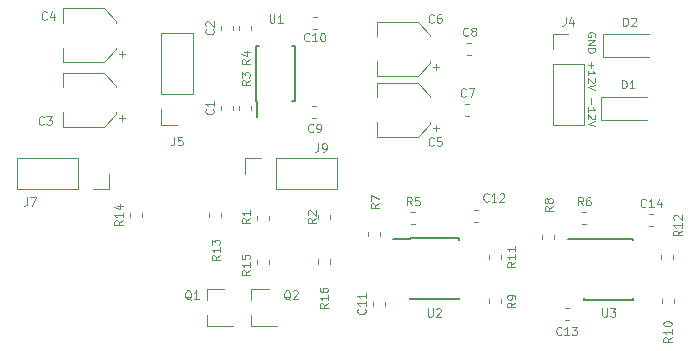
<source format=gbr>
G04 #@! TF.GenerationSoftware,KiCad,Pcbnew,(5.0.1)-4*
G04 #@! TF.CreationDate,2019-03-05T01:58:22+01:00*
G04 #@! TF.ProjectId,1U Headphone,3155204865616470686F6E652E6B6963,rev?*
G04 #@! TF.SameCoordinates,Original*
G04 #@! TF.FileFunction,Legend,Top*
G04 #@! TF.FilePolarity,Positive*
%FSLAX46Y46*%
G04 Gerber Fmt 4.6, Leading zero omitted, Abs format (unit mm)*
G04 Created by KiCad (PCBNEW (5.0.1)-4) date 3/5/2019 1:58:22 AM*
%MOMM*%
%LPD*%
G01*
G04 APERTURE LIST*
%ADD10C,0.120000*%
%ADD11C,0.150000*%
G04 APERTURE END LIST*
D10*
X67127000Y-50765523D02*
X67157952Y-50703619D01*
X67157952Y-50610761D01*
X67127000Y-50517904D01*
X67065095Y-50456000D01*
X67003190Y-50425047D01*
X66879380Y-50394095D01*
X66786523Y-50394095D01*
X66662714Y-50425047D01*
X66600809Y-50456000D01*
X66538904Y-50517904D01*
X66507952Y-50610761D01*
X66507952Y-50672666D01*
X66538904Y-50765523D01*
X66569857Y-50796476D01*
X66786523Y-50796476D01*
X66786523Y-50672666D01*
X66507952Y-51075047D02*
X67157952Y-51075047D01*
X66507952Y-51446476D01*
X67157952Y-51446476D01*
X66507952Y-51756000D02*
X67157952Y-51756000D01*
X67157952Y-51910761D01*
X67127000Y-52003619D01*
X67065095Y-52065523D01*
X67003190Y-52096476D01*
X66879380Y-52127428D01*
X66786523Y-52127428D01*
X66662714Y-52096476D01*
X66600809Y-52065523D01*
X66538904Y-52003619D01*
X66507952Y-51910761D01*
X66507952Y-51756000D01*
X66755571Y-52901238D02*
X66755571Y-53396476D01*
X66507952Y-53148857D02*
X67003190Y-53148857D01*
X66507952Y-54046476D02*
X66507952Y-53675047D01*
X66507952Y-53860761D02*
X67157952Y-53860761D01*
X67065095Y-53798857D01*
X67003190Y-53736952D01*
X66972238Y-53675047D01*
X67096047Y-54294095D02*
X67127000Y-54325047D01*
X67157952Y-54386952D01*
X67157952Y-54541714D01*
X67127000Y-54603619D01*
X67096047Y-54634571D01*
X67034142Y-54665523D01*
X66972238Y-54665523D01*
X66879380Y-54634571D01*
X66507952Y-54263142D01*
X66507952Y-54665523D01*
X67157952Y-54851238D02*
X66507952Y-55067904D01*
X67157952Y-55284571D01*
X66755571Y-55996476D02*
X66755571Y-56491714D01*
X66507952Y-57141714D02*
X66507952Y-56770285D01*
X66507952Y-56956000D02*
X67157952Y-56956000D01*
X67065095Y-56894095D01*
X67003190Y-56832190D01*
X66972238Y-56770285D01*
X67096047Y-57389333D02*
X67127000Y-57420285D01*
X67157952Y-57482190D01*
X67157952Y-57636952D01*
X67127000Y-57698857D01*
X67096047Y-57729809D01*
X67034142Y-57760761D01*
X66972238Y-57760761D01*
X66879380Y-57729809D01*
X66507952Y-57358380D01*
X66507952Y-57760761D01*
X67157952Y-57946476D02*
X66507952Y-58163142D01*
X67157952Y-58379809D01*
G04 #@! TO.C,C1*
X36476400Y-56965667D02*
X36476400Y-56623133D01*
X35456400Y-56965667D02*
X35456400Y-56623133D01*
G04 #@! TO.C,C2*
X35456400Y-50209267D02*
X35456400Y-49866733D01*
X36476400Y-50209267D02*
X36476400Y-49866733D01*
G04 #@! TO.C,C3*
X22102000Y-53874000D02*
X22102000Y-55074000D01*
X22102000Y-58394000D02*
X22102000Y-57194000D01*
X25557563Y-58394000D02*
X22102000Y-58394000D01*
X25557563Y-53874000D02*
X22102000Y-53874000D01*
X26622000Y-54938437D02*
X26622000Y-55074000D01*
X26622000Y-57329563D02*
X26622000Y-57194000D01*
X26622000Y-57329563D02*
X25557563Y-58394000D01*
X26622000Y-54938437D02*
X25557563Y-53874000D01*
X27362000Y-57694000D02*
X26862000Y-57694000D01*
X27112000Y-57944000D02*
X27112000Y-57444000D01*
G04 #@! TO.C,C4*
X27112000Y-52457600D02*
X27112000Y-51957600D01*
X27362000Y-52207600D02*
X26862000Y-52207600D01*
X26622000Y-49452037D02*
X25557563Y-48387600D01*
X26622000Y-51843163D02*
X25557563Y-52907600D01*
X26622000Y-51843163D02*
X26622000Y-51707600D01*
X26622000Y-49452037D02*
X26622000Y-49587600D01*
X25557563Y-48387600D02*
X22102000Y-48387600D01*
X25557563Y-52907600D02*
X22102000Y-52907600D01*
X22102000Y-52907600D02*
X22102000Y-51707600D01*
X22102000Y-48387600D02*
X22102000Y-49587600D01*
G04 #@! TO.C,R1*
X38504400Y-65919533D02*
X38504400Y-66262067D01*
X39524400Y-65919533D02*
X39524400Y-66262067D01*
G04 #@! TO.C,R2*
X44706000Y-65868733D02*
X44706000Y-66211267D01*
X43686000Y-65868733D02*
X43686000Y-66211267D01*
G04 #@! TO.C,R3*
X38051200Y-56965667D02*
X38051200Y-56623133D01*
X37031200Y-56965667D02*
X37031200Y-56623133D01*
G04 #@! TO.C,R4*
X37031200Y-50209267D02*
X37031200Y-49866733D01*
X38051200Y-50209267D02*
X38051200Y-49866733D01*
G04 #@! TO.C,R5*
X51557133Y-65657000D02*
X51899667Y-65657000D01*
X51557133Y-66677000D02*
X51899667Y-66677000D01*
G04 #@! TO.C,R6*
X66060533Y-65657000D02*
X66403067Y-65657000D01*
X66060533Y-66677000D02*
X66403067Y-66677000D01*
G04 #@! TO.C,R7*
X48973200Y-67673067D02*
X48973200Y-67330533D01*
X47953200Y-67673067D02*
X47953200Y-67330533D01*
G04 #@! TO.C,R8*
X62634400Y-67584533D02*
X62634400Y-67927067D01*
X63654400Y-67584533D02*
X63654400Y-67927067D01*
G04 #@! TO.C,R9*
X59158600Y-73006133D02*
X59158600Y-73348667D01*
X58138600Y-73006133D02*
X58138600Y-73348667D01*
G04 #@! TO.C,R10*
X73814400Y-73006133D02*
X73814400Y-73348667D01*
X72794400Y-73006133D02*
X72794400Y-73348667D01*
G04 #@! TO.C,R11*
X58138600Y-69232933D02*
X58138600Y-69575467D01*
X59158600Y-69232933D02*
X59158600Y-69575467D01*
G04 #@! TO.C,R12*
X73763600Y-69575467D02*
X73763600Y-69232933D01*
X72743600Y-69575467D02*
X72743600Y-69232933D01*
D11*
G04 #@! TO.C,U1*
X38456200Y-56223800D02*
X38556200Y-56223800D01*
X38456200Y-51573800D02*
X38656200Y-51573800D01*
X41706200Y-51573800D02*
X41506200Y-51573800D01*
X41706200Y-56223800D02*
X41506200Y-56223800D01*
X38456200Y-56223800D02*
X38456200Y-51573800D01*
X41706200Y-56223800D02*
X41706200Y-51573800D01*
X38556200Y-56223800D02*
X38556200Y-57573800D01*
G04 #@! TO.C,U2*
X51442800Y-67859200D02*
X51442800Y-67909200D01*
X55592800Y-67859200D02*
X55592800Y-68004200D01*
X55592800Y-73009200D02*
X55592800Y-72864200D01*
X51442800Y-73009200D02*
X51442800Y-72864200D01*
X51442800Y-67859200D02*
X55592800Y-67859200D01*
X51442800Y-73009200D02*
X55592800Y-73009200D01*
X51442800Y-67909200D02*
X50042800Y-67909200D01*
G04 #@! TO.C,U3*
X66225600Y-67934600D02*
X64825600Y-67934600D01*
X66225600Y-73034600D02*
X70375600Y-73034600D01*
X66225600Y-67884600D02*
X70375600Y-67884600D01*
X66225600Y-73034600D02*
X66225600Y-72889600D01*
X70375600Y-73034600D02*
X70375600Y-72889600D01*
X70375600Y-67884600D02*
X70375600Y-68029600D01*
X66225600Y-67884600D02*
X66225600Y-67934600D01*
D10*
G04 #@! TO.C,C5*
X53677000Y-58782200D02*
X53677000Y-58282200D01*
X53927000Y-58532200D02*
X53427000Y-58532200D01*
X53187000Y-55776637D02*
X52122563Y-54712200D01*
X53187000Y-58167763D02*
X52122563Y-59232200D01*
X53187000Y-58167763D02*
X53187000Y-58032200D01*
X53187000Y-55776637D02*
X53187000Y-55912200D01*
X52122563Y-54712200D02*
X48667000Y-54712200D01*
X52122563Y-59232200D02*
X48667000Y-59232200D01*
X48667000Y-59232200D02*
X48667000Y-58032200D01*
X48667000Y-54712200D02*
X48667000Y-55912200D01*
G04 #@! TO.C,C6*
X48667000Y-49556000D02*
X48667000Y-50756000D01*
X48667000Y-54076000D02*
X48667000Y-52876000D01*
X52122563Y-54076000D02*
X48667000Y-54076000D01*
X52122563Y-49556000D02*
X48667000Y-49556000D01*
X53187000Y-50620437D02*
X53187000Y-50756000D01*
X53187000Y-53011563D02*
X53187000Y-52876000D01*
X53187000Y-53011563D02*
X52122563Y-54076000D01*
X53187000Y-50620437D02*
X52122563Y-49556000D01*
X53927000Y-53376000D02*
X53427000Y-53376000D01*
X53677000Y-53626000D02*
X53677000Y-53126000D01*
G04 #@! TO.C,C7*
X56140533Y-57482200D02*
X56483067Y-57482200D01*
X56140533Y-56462200D02*
X56483067Y-56462200D01*
G04 #@! TO.C,C8*
X56329733Y-51306000D02*
X56672267Y-51306000D01*
X56329733Y-52326000D02*
X56672267Y-52326000D01*
G04 #@! TO.C,C9*
X43554467Y-56608800D02*
X43211933Y-56608800D01*
X43554467Y-57628800D02*
X43211933Y-57628800D01*
G04 #@! TO.C,C10*
X43223333Y-49121600D02*
X43565867Y-49121600D01*
X43223333Y-50141600D02*
X43565867Y-50141600D01*
G04 #@! TO.C,C11*
X48308800Y-73551867D02*
X48308800Y-73209333D01*
X49328800Y-73551867D02*
X49328800Y-73209333D01*
G04 #@! TO.C,C12*
X56913933Y-66499200D02*
X57256467Y-66499200D01*
X56913933Y-65479200D02*
X57256467Y-65479200D01*
G04 #@! TO.C,C13*
X64559333Y-73708800D02*
X64901867Y-73708800D01*
X64559333Y-74728800D02*
X64901867Y-74728800D01*
G04 #@! TO.C,C14*
X71696733Y-66778600D02*
X72039267Y-66778600D01*
X71696733Y-65758600D02*
X72039267Y-65758600D01*
G04 #@! TO.C,D1*
X67676200Y-55845200D02*
X67676200Y-57845200D01*
X67676200Y-57845200D02*
X71576200Y-57845200D01*
X67676200Y-55845200D02*
X71576200Y-55845200D01*
G04 #@! TO.C,D2*
X67803200Y-50536600D02*
X71703200Y-50536600D01*
X67803200Y-52536600D02*
X71703200Y-52536600D01*
X67803200Y-50536600D02*
X67803200Y-52536600D01*
G04 #@! TO.C,Q1*
X34292000Y-72130800D02*
X34292000Y-73060800D01*
X34292000Y-75290800D02*
X34292000Y-74360800D01*
X34292000Y-75290800D02*
X36452000Y-75290800D01*
X34292000Y-72130800D02*
X35752000Y-72130800D01*
G04 #@! TO.C,Q2*
X38051200Y-72130800D02*
X39511200Y-72130800D01*
X38051200Y-75290800D02*
X40211200Y-75290800D01*
X38051200Y-75290800D02*
X38051200Y-74360800D01*
X38051200Y-72130800D02*
X38051200Y-73060800D01*
G04 #@! TO.C,R13*
X34440400Y-66047467D02*
X34440400Y-65704933D01*
X35460400Y-66047467D02*
X35460400Y-65704933D01*
G04 #@! TO.C,R14*
X28754800Y-66058867D02*
X28754800Y-65716333D01*
X27734800Y-66058867D02*
X27734800Y-65716333D01*
G04 #@! TO.C,R15*
X38504400Y-69678733D02*
X38504400Y-70021267D01*
X39524400Y-69678733D02*
X39524400Y-70021267D01*
G04 #@! TO.C,R16*
X44706000Y-69639333D02*
X44706000Y-69981867D01*
X43686000Y-69639333D02*
X43686000Y-69981867D01*
G04 #@! TO.C,J4*
X63541600Y-50516000D02*
X64871600Y-50516000D01*
X63541600Y-51846000D02*
X63541600Y-50516000D01*
X63541600Y-53116000D02*
X66201600Y-53116000D01*
X66201600Y-53116000D02*
X66201600Y-58256000D01*
X63541600Y-53116000D02*
X63541600Y-58256000D01*
X63541600Y-58256000D02*
X66201600Y-58256000D01*
G04 #@! TO.C,J5*
X33080000Y-55626000D02*
X30420000Y-55626000D01*
X33080000Y-55626000D02*
X33080000Y-50486000D01*
X33080000Y-50486000D02*
X30420000Y-50486000D01*
X30420000Y-55626000D02*
X30420000Y-50486000D01*
X30420000Y-58226000D02*
X30420000Y-56896000D01*
X31750000Y-58226000D02*
X30420000Y-58226000D01*
G04 #@! TO.C,J7*
X25968000Y-62382400D02*
X25968000Y-63712400D01*
X25968000Y-63712400D02*
X24638000Y-63712400D01*
X23368000Y-63712400D02*
X18228000Y-63712400D01*
X18228000Y-61052400D02*
X18228000Y-63712400D01*
X23368000Y-61052400D02*
X18228000Y-61052400D01*
X23368000Y-61052400D02*
X23368000Y-63712400D01*
G04 #@! TO.C,J9*
X40132000Y-63712400D02*
X40132000Y-61052400D01*
X40132000Y-63712400D02*
X45272000Y-63712400D01*
X45272000Y-63712400D02*
X45272000Y-61052400D01*
X40132000Y-61052400D02*
X45272000Y-61052400D01*
X37532000Y-61052400D02*
X38862000Y-61052400D01*
X37532000Y-62382400D02*
X37532000Y-61052400D01*
G04 #@! TO.C,~*
G04 #@! TO.C,C1*
X34786400Y-56911066D02*
X34819733Y-56944400D01*
X34853066Y-57044400D01*
X34853066Y-57111066D01*
X34819733Y-57211066D01*
X34753066Y-57277733D01*
X34686400Y-57311066D01*
X34553066Y-57344400D01*
X34453066Y-57344400D01*
X34319733Y-57311066D01*
X34253066Y-57277733D01*
X34186400Y-57211066D01*
X34153066Y-57111066D01*
X34153066Y-57044400D01*
X34186400Y-56944400D01*
X34219733Y-56911066D01*
X34853066Y-56244400D02*
X34853066Y-56644400D01*
X34853066Y-56444400D02*
X34153066Y-56444400D01*
X34253066Y-56511066D01*
X34319733Y-56577733D01*
X34353066Y-56644400D01*
G04 #@! TO.C,C2*
X34786400Y-50154666D02*
X34819733Y-50188000D01*
X34853066Y-50288000D01*
X34853066Y-50354666D01*
X34819733Y-50454666D01*
X34753066Y-50521333D01*
X34686400Y-50554666D01*
X34553066Y-50588000D01*
X34453066Y-50588000D01*
X34319733Y-50554666D01*
X34253066Y-50521333D01*
X34186400Y-50454666D01*
X34153066Y-50354666D01*
X34153066Y-50288000D01*
X34186400Y-50188000D01*
X34219733Y-50154666D01*
X34219733Y-49888000D02*
X34186400Y-49854666D01*
X34153066Y-49788000D01*
X34153066Y-49621333D01*
X34186400Y-49554666D01*
X34219733Y-49521333D01*
X34286400Y-49488000D01*
X34353066Y-49488000D01*
X34453066Y-49521333D01*
X34853066Y-49921333D01*
X34853066Y-49488000D01*
G04 #@! TO.C,C3*
X20457333Y-58162000D02*
X20424000Y-58195333D01*
X20324000Y-58228666D01*
X20257333Y-58228666D01*
X20157333Y-58195333D01*
X20090666Y-58128666D01*
X20057333Y-58062000D01*
X20024000Y-57928666D01*
X20024000Y-57828666D01*
X20057333Y-57695333D01*
X20090666Y-57628666D01*
X20157333Y-57562000D01*
X20257333Y-57528666D01*
X20324000Y-57528666D01*
X20424000Y-57562000D01*
X20457333Y-57595333D01*
X20690666Y-57528666D02*
X21124000Y-57528666D01*
X20890666Y-57795333D01*
X20990666Y-57795333D01*
X21057333Y-57828666D01*
X21090666Y-57862000D01*
X21124000Y-57928666D01*
X21124000Y-58095333D01*
X21090666Y-58162000D01*
X21057333Y-58195333D01*
X20990666Y-58228666D01*
X20790666Y-58228666D01*
X20724000Y-58195333D01*
X20690666Y-58162000D01*
G04 #@! TO.C,C4*
X20711333Y-49272000D02*
X20678000Y-49305333D01*
X20578000Y-49338666D01*
X20511333Y-49338666D01*
X20411333Y-49305333D01*
X20344666Y-49238666D01*
X20311333Y-49172000D01*
X20278000Y-49038666D01*
X20278000Y-48938666D01*
X20311333Y-48805333D01*
X20344666Y-48738666D01*
X20411333Y-48672000D01*
X20511333Y-48638666D01*
X20578000Y-48638666D01*
X20678000Y-48672000D01*
X20711333Y-48705333D01*
X21311333Y-48872000D02*
X21311333Y-49338666D01*
X21144666Y-48605333D02*
X20978000Y-49105333D01*
X21411333Y-49105333D01*
G04 #@! TO.C,R1*
X37908666Y-66156666D02*
X37575333Y-66390000D01*
X37908666Y-66556666D02*
X37208666Y-66556666D01*
X37208666Y-66290000D01*
X37242000Y-66223333D01*
X37275333Y-66190000D01*
X37342000Y-66156666D01*
X37442000Y-66156666D01*
X37508666Y-66190000D01*
X37542000Y-66223333D01*
X37575333Y-66290000D01*
X37575333Y-66556666D01*
X37908666Y-65490000D02*
X37908666Y-65890000D01*
X37908666Y-65690000D02*
X37208666Y-65690000D01*
X37308666Y-65756666D01*
X37375333Y-65823333D01*
X37408666Y-65890000D01*
G04 #@! TO.C,R2*
X43496666Y-66156666D02*
X43163333Y-66390000D01*
X43496666Y-66556666D02*
X42796666Y-66556666D01*
X42796666Y-66290000D01*
X42830000Y-66223333D01*
X42863333Y-66190000D01*
X42930000Y-66156666D01*
X43030000Y-66156666D01*
X43096666Y-66190000D01*
X43130000Y-66223333D01*
X43163333Y-66290000D01*
X43163333Y-66556666D01*
X42863333Y-65890000D02*
X42830000Y-65856666D01*
X42796666Y-65790000D01*
X42796666Y-65623333D01*
X42830000Y-65556666D01*
X42863333Y-65523333D01*
X42930000Y-65490000D01*
X42996666Y-65490000D01*
X43096666Y-65523333D01*
X43496666Y-65923333D01*
X43496666Y-65490000D01*
G04 #@! TO.C,R3*
X37908666Y-54472666D02*
X37575333Y-54706000D01*
X37908666Y-54872666D02*
X37208666Y-54872666D01*
X37208666Y-54606000D01*
X37242000Y-54539333D01*
X37275333Y-54506000D01*
X37342000Y-54472666D01*
X37442000Y-54472666D01*
X37508666Y-54506000D01*
X37542000Y-54539333D01*
X37575333Y-54606000D01*
X37575333Y-54872666D01*
X37208666Y-54239333D02*
X37208666Y-53806000D01*
X37475333Y-54039333D01*
X37475333Y-53939333D01*
X37508666Y-53872666D01*
X37542000Y-53839333D01*
X37608666Y-53806000D01*
X37775333Y-53806000D01*
X37842000Y-53839333D01*
X37875333Y-53872666D01*
X37908666Y-53939333D01*
X37908666Y-54139333D01*
X37875333Y-54206000D01*
X37842000Y-54239333D01*
G04 #@! TO.C,R4*
X37908666Y-52694666D02*
X37575333Y-52928000D01*
X37908666Y-53094666D02*
X37208666Y-53094666D01*
X37208666Y-52828000D01*
X37242000Y-52761333D01*
X37275333Y-52728000D01*
X37342000Y-52694666D01*
X37442000Y-52694666D01*
X37508666Y-52728000D01*
X37542000Y-52761333D01*
X37575333Y-52828000D01*
X37575333Y-53094666D01*
X37442000Y-52094666D02*
X37908666Y-52094666D01*
X37175333Y-52261333D02*
X37675333Y-52428000D01*
X37675333Y-51994666D01*
G04 #@! TO.C,R5*
X51611733Y-65053666D02*
X51378400Y-64720333D01*
X51211733Y-65053666D02*
X51211733Y-64353666D01*
X51478400Y-64353666D01*
X51545066Y-64387000D01*
X51578400Y-64420333D01*
X51611733Y-64487000D01*
X51611733Y-64587000D01*
X51578400Y-64653666D01*
X51545066Y-64687000D01*
X51478400Y-64720333D01*
X51211733Y-64720333D01*
X52245066Y-64353666D02*
X51911733Y-64353666D01*
X51878400Y-64687000D01*
X51911733Y-64653666D01*
X51978400Y-64620333D01*
X52145066Y-64620333D01*
X52211733Y-64653666D01*
X52245066Y-64687000D01*
X52278400Y-64753666D01*
X52278400Y-64920333D01*
X52245066Y-64987000D01*
X52211733Y-65020333D01*
X52145066Y-65053666D01*
X51978400Y-65053666D01*
X51911733Y-65020333D01*
X51878400Y-64987000D01*
G04 #@! TO.C,R6*
X66115133Y-65053666D02*
X65881800Y-64720333D01*
X65715133Y-65053666D02*
X65715133Y-64353666D01*
X65981800Y-64353666D01*
X66048466Y-64387000D01*
X66081800Y-64420333D01*
X66115133Y-64487000D01*
X66115133Y-64587000D01*
X66081800Y-64653666D01*
X66048466Y-64687000D01*
X65981800Y-64720333D01*
X65715133Y-64720333D01*
X66715133Y-64353666D02*
X66581800Y-64353666D01*
X66515133Y-64387000D01*
X66481800Y-64420333D01*
X66415133Y-64520333D01*
X66381800Y-64653666D01*
X66381800Y-64920333D01*
X66415133Y-64987000D01*
X66448466Y-65020333D01*
X66515133Y-65053666D01*
X66648466Y-65053666D01*
X66715133Y-65020333D01*
X66748466Y-64987000D01*
X66781800Y-64920333D01*
X66781800Y-64753666D01*
X66748466Y-64687000D01*
X66715133Y-64653666D01*
X66648466Y-64620333D01*
X66515133Y-64620333D01*
X66448466Y-64653666D01*
X66415133Y-64687000D01*
X66381800Y-64753666D01*
G04 #@! TO.C,R7*
X48830666Y-64886666D02*
X48497333Y-65120000D01*
X48830666Y-65286666D02*
X48130666Y-65286666D01*
X48130666Y-65020000D01*
X48164000Y-64953333D01*
X48197333Y-64920000D01*
X48264000Y-64886666D01*
X48364000Y-64886666D01*
X48430666Y-64920000D01*
X48464000Y-64953333D01*
X48497333Y-65020000D01*
X48497333Y-65286666D01*
X48130666Y-64653333D02*
X48130666Y-64186666D01*
X48830666Y-64486666D01*
G04 #@! TO.C,R8*
X63562666Y-65140666D02*
X63229333Y-65374000D01*
X63562666Y-65540666D02*
X62862666Y-65540666D01*
X62862666Y-65274000D01*
X62896000Y-65207333D01*
X62929333Y-65174000D01*
X62996000Y-65140666D01*
X63096000Y-65140666D01*
X63162666Y-65174000D01*
X63196000Y-65207333D01*
X63229333Y-65274000D01*
X63229333Y-65540666D01*
X63162666Y-64740666D02*
X63129333Y-64807333D01*
X63096000Y-64840666D01*
X63029333Y-64874000D01*
X62996000Y-64874000D01*
X62929333Y-64840666D01*
X62896000Y-64807333D01*
X62862666Y-64740666D01*
X62862666Y-64607333D01*
X62896000Y-64540666D01*
X62929333Y-64507333D01*
X62996000Y-64474000D01*
X63029333Y-64474000D01*
X63096000Y-64507333D01*
X63129333Y-64540666D01*
X63162666Y-64607333D01*
X63162666Y-64740666D01*
X63196000Y-64807333D01*
X63229333Y-64840666D01*
X63296000Y-64874000D01*
X63429333Y-64874000D01*
X63496000Y-64840666D01*
X63529333Y-64807333D01*
X63562666Y-64740666D01*
X63562666Y-64607333D01*
X63529333Y-64540666D01*
X63496000Y-64507333D01*
X63429333Y-64474000D01*
X63296000Y-64474000D01*
X63229333Y-64507333D01*
X63196000Y-64540666D01*
X63162666Y-64607333D01*
G04 #@! TO.C,R9*
X60395266Y-73294066D02*
X60061933Y-73527400D01*
X60395266Y-73694066D02*
X59695266Y-73694066D01*
X59695266Y-73427400D01*
X59728600Y-73360733D01*
X59761933Y-73327400D01*
X59828600Y-73294066D01*
X59928600Y-73294066D01*
X59995266Y-73327400D01*
X60028600Y-73360733D01*
X60061933Y-73427400D01*
X60061933Y-73694066D01*
X60395266Y-72960733D02*
X60395266Y-72827400D01*
X60361933Y-72760733D01*
X60328600Y-72727400D01*
X60228600Y-72660733D01*
X60095266Y-72627400D01*
X59828600Y-72627400D01*
X59761933Y-72660733D01*
X59728600Y-72694066D01*
X59695266Y-72760733D01*
X59695266Y-72894066D01*
X59728600Y-72960733D01*
X59761933Y-72994066D01*
X59828600Y-73027400D01*
X59995266Y-73027400D01*
X60061933Y-72994066D01*
X60095266Y-72960733D01*
X60128600Y-72894066D01*
X60128600Y-72760733D01*
X60095266Y-72694066D01*
X60061933Y-72660733D01*
X59995266Y-72627400D01*
G04 #@! TO.C,R10*
X73621066Y-76218200D02*
X73287733Y-76451533D01*
X73621066Y-76618200D02*
X72921066Y-76618200D01*
X72921066Y-76351533D01*
X72954400Y-76284866D01*
X72987733Y-76251533D01*
X73054400Y-76218200D01*
X73154400Y-76218200D01*
X73221066Y-76251533D01*
X73254400Y-76284866D01*
X73287733Y-76351533D01*
X73287733Y-76618200D01*
X73621066Y-75551533D02*
X73621066Y-75951533D01*
X73621066Y-75751533D02*
X72921066Y-75751533D01*
X73021066Y-75818200D01*
X73087733Y-75884866D01*
X73121066Y-75951533D01*
X72921066Y-75118200D02*
X72921066Y-75051533D01*
X72954400Y-74984866D01*
X72987733Y-74951533D01*
X73054400Y-74918200D01*
X73187733Y-74884866D01*
X73354400Y-74884866D01*
X73487733Y-74918200D01*
X73554400Y-74951533D01*
X73587733Y-74984866D01*
X73621066Y-75051533D01*
X73621066Y-75118200D01*
X73587733Y-75184866D01*
X73554400Y-75218200D01*
X73487733Y-75251533D01*
X73354400Y-75284866D01*
X73187733Y-75284866D01*
X73054400Y-75251533D01*
X72987733Y-75218200D01*
X72954400Y-75184866D01*
X72921066Y-75118200D01*
G04 #@! TO.C,R11*
X60395266Y-69854200D02*
X60061933Y-70087533D01*
X60395266Y-70254200D02*
X59695266Y-70254200D01*
X59695266Y-69987533D01*
X59728600Y-69920866D01*
X59761933Y-69887533D01*
X59828600Y-69854200D01*
X59928600Y-69854200D01*
X59995266Y-69887533D01*
X60028600Y-69920866D01*
X60061933Y-69987533D01*
X60061933Y-70254200D01*
X60395266Y-69187533D02*
X60395266Y-69587533D01*
X60395266Y-69387533D02*
X59695266Y-69387533D01*
X59795266Y-69454200D01*
X59861933Y-69520866D01*
X59895266Y-69587533D01*
X60395266Y-68520866D02*
X60395266Y-68920866D01*
X60395266Y-68720866D02*
X59695266Y-68720866D01*
X59795266Y-68787533D01*
X59861933Y-68854200D01*
X59895266Y-68920866D01*
G04 #@! TO.C,R12*
X74459266Y-67201200D02*
X74125933Y-67434533D01*
X74459266Y-67601200D02*
X73759266Y-67601200D01*
X73759266Y-67334533D01*
X73792600Y-67267866D01*
X73825933Y-67234533D01*
X73892600Y-67201200D01*
X73992600Y-67201200D01*
X74059266Y-67234533D01*
X74092600Y-67267866D01*
X74125933Y-67334533D01*
X74125933Y-67601200D01*
X74459266Y-66534533D02*
X74459266Y-66934533D01*
X74459266Y-66734533D02*
X73759266Y-66734533D01*
X73859266Y-66801200D01*
X73925933Y-66867866D01*
X73959266Y-66934533D01*
X73825933Y-66267866D02*
X73792600Y-66234533D01*
X73759266Y-66167866D01*
X73759266Y-66001200D01*
X73792600Y-65934533D01*
X73825933Y-65901200D01*
X73892600Y-65867866D01*
X73959266Y-65867866D01*
X74059266Y-65901200D01*
X74459266Y-66301200D01*
X74459266Y-65867866D01*
G04 #@! TO.C,U1*
X39598666Y-48892666D02*
X39598666Y-49459333D01*
X39632000Y-49526000D01*
X39665333Y-49559333D01*
X39732000Y-49592666D01*
X39865333Y-49592666D01*
X39932000Y-49559333D01*
X39965333Y-49526000D01*
X39998666Y-49459333D01*
X39998666Y-48892666D01*
X40698666Y-49592666D02*
X40298666Y-49592666D01*
X40498666Y-49592666D02*
X40498666Y-48892666D01*
X40432000Y-48992666D01*
X40365333Y-49059333D01*
X40298666Y-49092666D01*
G04 #@! TO.C,U2*
X52984466Y-73784666D02*
X52984466Y-74351333D01*
X53017800Y-74418000D01*
X53051133Y-74451333D01*
X53117800Y-74484666D01*
X53251133Y-74484666D01*
X53317800Y-74451333D01*
X53351133Y-74418000D01*
X53384466Y-74351333D01*
X53384466Y-73784666D01*
X53684466Y-73851333D02*
X53717800Y-73818000D01*
X53784466Y-73784666D01*
X53951133Y-73784666D01*
X54017800Y-73818000D01*
X54051133Y-73851333D01*
X54084466Y-73918000D01*
X54084466Y-73984666D01*
X54051133Y-74084666D01*
X53651133Y-74484666D01*
X54084466Y-74484666D01*
G04 #@! TO.C,U3*
X67767266Y-73784666D02*
X67767266Y-74351333D01*
X67800600Y-74418000D01*
X67833933Y-74451333D01*
X67900600Y-74484666D01*
X68033933Y-74484666D01*
X68100600Y-74451333D01*
X68133933Y-74418000D01*
X68167266Y-74351333D01*
X68167266Y-73784666D01*
X68433933Y-73784666D02*
X68867266Y-73784666D01*
X68633933Y-74051333D01*
X68733933Y-74051333D01*
X68800600Y-74084666D01*
X68833933Y-74118000D01*
X68867266Y-74184666D01*
X68867266Y-74351333D01*
X68833933Y-74418000D01*
X68800600Y-74451333D01*
X68733933Y-74484666D01*
X68533933Y-74484666D01*
X68467266Y-74451333D01*
X68433933Y-74418000D01*
G04 #@! TO.C,C5*
X53477333Y-59940000D02*
X53444000Y-59973333D01*
X53344000Y-60006666D01*
X53277333Y-60006666D01*
X53177333Y-59973333D01*
X53110666Y-59906666D01*
X53077333Y-59840000D01*
X53044000Y-59706666D01*
X53044000Y-59606666D01*
X53077333Y-59473333D01*
X53110666Y-59406666D01*
X53177333Y-59340000D01*
X53277333Y-59306666D01*
X53344000Y-59306666D01*
X53444000Y-59340000D01*
X53477333Y-59373333D01*
X54110666Y-59306666D02*
X53777333Y-59306666D01*
X53744000Y-59640000D01*
X53777333Y-59606666D01*
X53844000Y-59573333D01*
X54010666Y-59573333D01*
X54077333Y-59606666D01*
X54110666Y-59640000D01*
X54144000Y-59706666D01*
X54144000Y-59873333D01*
X54110666Y-59940000D01*
X54077333Y-59973333D01*
X54010666Y-60006666D01*
X53844000Y-60006666D01*
X53777333Y-59973333D01*
X53744000Y-59940000D01*
G04 #@! TO.C,C6*
X53477333Y-49526000D02*
X53444000Y-49559333D01*
X53344000Y-49592666D01*
X53277333Y-49592666D01*
X53177333Y-49559333D01*
X53110666Y-49492666D01*
X53077333Y-49426000D01*
X53044000Y-49292666D01*
X53044000Y-49192666D01*
X53077333Y-49059333D01*
X53110666Y-48992666D01*
X53177333Y-48926000D01*
X53277333Y-48892666D01*
X53344000Y-48892666D01*
X53444000Y-48926000D01*
X53477333Y-48959333D01*
X54077333Y-48892666D02*
X53944000Y-48892666D01*
X53877333Y-48926000D01*
X53844000Y-48959333D01*
X53777333Y-49059333D01*
X53744000Y-49192666D01*
X53744000Y-49459333D01*
X53777333Y-49526000D01*
X53810666Y-49559333D01*
X53877333Y-49592666D01*
X54010666Y-49592666D01*
X54077333Y-49559333D01*
X54110666Y-49526000D01*
X54144000Y-49459333D01*
X54144000Y-49292666D01*
X54110666Y-49226000D01*
X54077333Y-49192666D01*
X54010666Y-49159333D01*
X53877333Y-49159333D01*
X53810666Y-49192666D01*
X53777333Y-49226000D01*
X53744000Y-49292666D01*
G04 #@! TO.C,C7*
X56195133Y-55792200D02*
X56161800Y-55825533D01*
X56061800Y-55858866D01*
X55995133Y-55858866D01*
X55895133Y-55825533D01*
X55828466Y-55758866D01*
X55795133Y-55692200D01*
X55761800Y-55558866D01*
X55761800Y-55458866D01*
X55795133Y-55325533D01*
X55828466Y-55258866D01*
X55895133Y-55192200D01*
X55995133Y-55158866D01*
X56061800Y-55158866D01*
X56161800Y-55192200D01*
X56195133Y-55225533D01*
X56428466Y-55158866D02*
X56895133Y-55158866D01*
X56595133Y-55858866D01*
G04 #@! TO.C,C8*
X56384333Y-50636000D02*
X56351000Y-50669333D01*
X56251000Y-50702666D01*
X56184333Y-50702666D01*
X56084333Y-50669333D01*
X56017666Y-50602666D01*
X55984333Y-50536000D01*
X55951000Y-50402666D01*
X55951000Y-50302666D01*
X55984333Y-50169333D01*
X56017666Y-50102666D01*
X56084333Y-50036000D01*
X56184333Y-50002666D01*
X56251000Y-50002666D01*
X56351000Y-50036000D01*
X56384333Y-50069333D01*
X56784333Y-50302666D02*
X56717666Y-50269333D01*
X56684333Y-50236000D01*
X56651000Y-50169333D01*
X56651000Y-50136000D01*
X56684333Y-50069333D01*
X56717666Y-50036000D01*
X56784333Y-50002666D01*
X56917666Y-50002666D01*
X56984333Y-50036000D01*
X57017666Y-50069333D01*
X57051000Y-50136000D01*
X57051000Y-50169333D01*
X57017666Y-50236000D01*
X56984333Y-50269333D01*
X56917666Y-50302666D01*
X56784333Y-50302666D01*
X56717666Y-50336000D01*
X56684333Y-50369333D01*
X56651000Y-50436000D01*
X56651000Y-50569333D01*
X56684333Y-50636000D01*
X56717666Y-50669333D01*
X56784333Y-50702666D01*
X56917666Y-50702666D01*
X56984333Y-50669333D01*
X57017666Y-50636000D01*
X57051000Y-50569333D01*
X57051000Y-50436000D01*
X57017666Y-50369333D01*
X56984333Y-50336000D01*
X56917666Y-50302666D01*
G04 #@! TO.C,C9*
X43266533Y-58798800D02*
X43233200Y-58832133D01*
X43133200Y-58865466D01*
X43066533Y-58865466D01*
X42966533Y-58832133D01*
X42899866Y-58765466D01*
X42866533Y-58698800D01*
X42833200Y-58565466D01*
X42833200Y-58465466D01*
X42866533Y-58332133D01*
X42899866Y-58265466D01*
X42966533Y-58198800D01*
X43066533Y-58165466D01*
X43133200Y-58165466D01*
X43233200Y-58198800D01*
X43266533Y-58232133D01*
X43599866Y-58865466D02*
X43733200Y-58865466D01*
X43799866Y-58832133D01*
X43833200Y-58798800D01*
X43899866Y-58698800D01*
X43933200Y-58565466D01*
X43933200Y-58298800D01*
X43899866Y-58232133D01*
X43866533Y-58198800D01*
X43799866Y-58165466D01*
X43666533Y-58165466D01*
X43599866Y-58198800D01*
X43566533Y-58232133D01*
X43533200Y-58298800D01*
X43533200Y-58465466D01*
X43566533Y-58532133D01*
X43599866Y-58565466D01*
X43666533Y-58598800D01*
X43799866Y-58598800D01*
X43866533Y-58565466D01*
X43899866Y-58532133D01*
X43933200Y-58465466D01*
G04 #@! TO.C,C10*
X42933200Y-51100800D02*
X42899866Y-51134133D01*
X42799866Y-51167466D01*
X42733200Y-51167466D01*
X42633200Y-51134133D01*
X42566533Y-51067466D01*
X42533200Y-51000800D01*
X42499866Y-50867466D01*
X42499866Y-50767466D01*
X42533200Y-50634133D01*
X42566533Y-50567466D01*
X42633200Y-50500800D01*
X42733200Y-50467466D01*
X42799866Y-50467466D01*
X42899866Y-50500800D01*
X42933200Y-50534133D01*
X43599866Y-51167466D02*
X43199866Y-51167466D01*
X43399866Y-51167466D02*
X43399866Y-50467466D01*
X43333200Y-50567466D01*
X43266533Y-50634133D01*
X43199866Y-50667466D01*
X44033200Y-50467466D02*
X44099866Y-50467466D01*
X44166533Y-50500800D01*
X44199866Y-50534133D01*
X44233200Y-50600800D01*
X44266533Y-50734133D01*
X44266533Y-50900800D01*
X44233200Y-51034133D01*
X44199866Y-51100800D01*
X44166533Y-51134133D01*
X44099866Y-51167466D01*
X44033200Y-51167466D01*
X43966533Y-51134133D01*
X43933200Y-51100800D01*
X43899866Y-51034133D01*
X43866533Y-50900800D01*
X43866533Y-50734133D01*
X43899866Y-50600800D01*
X43933200Y-50534133D01*
X43966533Y-50500800D01*
X44033200Y-50467466D01*
G04 #@! TO.C,C11*
X47638800Y-73830600D02*
X47672133Y-73863933D01*
X47705466Y-73963933D01*
X47705466Y-74030600D01*
X47672133Y-74130600D01*
X47605466Y-74197266D01*
X47538800Y-74230600D01*
X47405466Y-74263933D01*
X47305466Y-74263933D01*
X47172133Y-74230600D01*
X47105466Y-74197266D01*
X47038800Y-74130600D01*
X47005466Y-74030600D01*
X47005466Y-73963933D01*
X47038800Y-73863933D01*
X47072133Y-73830600D01*
X47705466Y-73163933D02*
X47705466Y-73563933D01*
X47705466Y-73363933D02*
X47005466Y-73363933D01*
X47105466Y-73430600D01*
X47172133Y-73497266D01*
X47205466Y-73563933D01*
X47705466Y-72497266D02*
X47705466Y-72897266D01*
X47705466Y-72697266D02*
X47005466Y-72697266D01*
X47105466Y-72763933D01*
X47172133Y-72830600D01*
X47205466Y-72897266D01*
G04 #@! TO.C,C12*
X58119800Y-64664400D02*
X58086466Y-64697733D01*
X57986466Y-64731066D01*
X57919800Y-64731066D01*
X57819800Y-64697733D01*
X57753133Y-64631066D01*
X57719800Y-64564400D01*
X57686466Y-64431066D01*
X57686466Y-64331066D01*
X57719800Y-64197733D01*
X57753133Y-64131066D01*
X57819800Y-64064400D01*
X57919800Y-64031066D01*
X57986466Y-64031066D01*
X58086466Y-64064400D01*
X58119800Y-64097733D01*
X58786466Y-64731066D02*
X58386466Y-64731066D01*
X58586466Y-64731066D02*
X58586466Y-64031066D01*
X58519800Y-64131066D01*
X58453133Y-64197733D01*
X58386466Y-64231066D01*
X59053133Y-64097733D02*
X59086466Y-64064400D01*
X59153133Y-64031066D01*
X59319800Y-64031066D01*
X59386466Y-64064400D01*
X59419800Y-64097733D01*
X59453133Y-64164400D01*
X59453133Y-64231066D01*
X59419800Y-64331066D01*
X59019800Y-64731066D01*
X59453133Y-64731066D01*
G04 #@! TO.C,C13*
X64280600Y-75967400D02*
X64247266Y-76000733D01*
X64147266Y-76034066D01*
X64080600Y-76034066D01*
X63980600Y-76000733D01*
X63913933Y-75934066D01*
X63880600Y-75867400D01*
X63847266Y-75734066D01*
X63847266Y-75634066D01*
X63880600Y-75500733D01*
X63913933Y-75434066D01*
X63980600Y-75367400D01*
X64080600Y-75334066D01*
X64147266Y-75334066D01*
X64247266Y-75367400D01*
X64280600Y-75400733D01*
X64947266Y-76034066D02*
X64547266Y-76034066D01*
X64747266Y-76034066D02*
X64747266Y-75334066D01*
X64680600Y-75434066D01*
X64613933Y-75500733D01*
X64547266Y-75534066D01*
X65180600Y-75334066D02*
X65613933Y-75334066D01*
X65380600Y-75600733D01*
X65480600Y-75600733D01*
X65547266Y-75634066D01*
X65580600Y-75667400D01*
X65613933Y-75734066D01*
X65613933Y-75900733D01*
X65580600Y-75967400D01*
X65547266Y-76000733D01*
X65480600Y-76034066D01*
X65280600Y-76034066D01*
X65213933Y-76000733D01*
X65180600Y-75967400D01*
G04 #@! TO.C,C14*
X71432000Y-65147000D02*
X71398666Y-65180333D01*
X71298666Y-65213666D01*
X71232000Y-65213666D01*
X71132000Y-65180333D01*
X71065333Y-65113666D01*
X71032000Y-65047000D01*
X70998666Y-64913666D01*
X70998666Y-64813666D01*
X71032000Y-64680333D01*
X71065333Y-64613666D01*
X71132000Y-64547000D01*
X71232000Y-64513666D01*
X71298666Y-64513666D01*
X71398666Y-64547000D01*
X71432000Y-64580333D01*
X72098666Y-65213666D02*
X71698666Y-65213666D01*
X71898666Y-65213666D02*
X71898666Y-64513666D01*
X71832000Y-64613666D01*
X71765333Y-64680333D01*
X71698666Y-64713666D01*
X72698666Y-64747000D02*
X72698666Y-65213666D01*
X72532000Y-64480333D02*
X72365333Y-64980333D01*
X72798666Y-64980333D01*
G04 #@! TO.C,D1*
X69409533Y-55161866D02*
X69409533Y-54461866D01*
X69576200Y-54461866D01*
X69676200Y-54495200D01*
X69742866Y-54561866D01*
X69776200Y-54628533D01*
X69809533Y-54761866D01*
X69809533Y-54861866D01*
X69776200Y-54995200D01*
X69742866Y-55061866D01*
X69676200Y-55128533D01*
X69576200Y-55161866D01*
X69409533Y-55161866D01*
X70476200Y-55161866D02*
X70076200Y-55161866D01*
X70276200Y-55161866D02*
X70276200Y-54461866D01*
X70209533Y-54561866D01*
X70142866Y-54628533D01*
X70076200Y-54661866D01*
G04 #@! TO.C,D2*
X69536533Y-49853266D02*
X69536533Y-49153266D01*
X69703200Y-49153266D01*
X69803200Y-49186600D01*
X69869866Y-49253266D01*
X69903200Y-49319933D01*
X69936533Y-49453266D01*
X69936533Y-49553266D01*
X69903200Y-49686600D01*
X69869866Y-49753266D01*
X69803200Y-49819933D01*
X69703200Y-49853266D01*
X69536533Y-49853266D01*
X70203200Y-49219933D02*
X70236533Y-49186600D01*
X70303200Y-49153266D01*
X70469866Y-49153266D01*
X70536533Y-49186600D01*
X70569866Y-49219933D01*
X70603200Y-49286600D01*
X70603200Y-49353266D01*
X70569866Y-49453266D01*
X70169866Y-49853266D01*
X70603200Y-49853266D01*
G04 #@! TO.C,Q1*
X32953333Y-73027333D02*
X32886666Y-72994000D01*
X32820000Y-72927333D01*
X32720000Y-72827333D01*
X32653333Y-72794000D01*
X32586666Y-72794000D01*
X32620000Y-72960666D02*
X32553333Y-72927333D01*
X32486666Y-72860666D01*
X32453333Y-72727333D01*
X32453333Y-72494000D01*
X32486666Y-72360666D01*
X32553333Y-72294000D01*
X32620000Y-72260666D01*
X32753333Y-72260666D01*
X32820000Y-72294000D01*
X32886666Y-72360666D01*
X32920000Y-72494000D01*
X32920000Y-72727333D01*
X32886666Y-72860666D01*
X32820000Y-72927333D01*
X32753333Y-72960666D01*
X32620000Y-72960666D01*
X33586666Y-72960666D02*
X33186666Y-72960666D01*
X33386666Y-72960666D02*
X33386666Y-72260666D01*
X33320000Y-72360666D01*
X33253333Y-72427333D01*
X33186666Y-72460666D01*
G04 #@! TO.C,Q2*
X41335333Y-73027333D02*
X41268666Y-72994000D01*
X41202000Y-72927333D01*
X41102000Y-72827333D01*
X41035333Y-72794000D01*
X40968666Y-72794000D01*
X41002000Y-72960666D02*
X40935333Y-72927333D01*
X40868666Y-72860666D01*
X40835333Y-72727333D01*
X40835333Y-72494000D01*
X40868666Y-72360666D01*
X40935333Y-72294000D01*
X41002000Y-72260666D01*
X41135333Y-72260666D01*
X41202000Y-72294000D01*
X41268666Y-72360666D01*
X41302000Y-72494000D01*
X41302000Y-72727333D01*
X41268666Y-72860666D01*
X41202000Y-72927333D01*
X41135333Y-72960666D01*
X41002000Y-72960666D01*
X41568666Y-72327333D02*
X41602000Y-72294000D01*
X41668666Y-72260666D01*
X41835333Y-72260666D01*
X41902000Y-72294000D01*
X41935333Y-72327333D01*
X41968666Y-72394000D01*
X41968666Y-72460666D01*
X41935333Y-72560666D01*
X41535333Y-72960666D01*
X41968666Y-72960666D01*
G04 #@! TO.C,R13*
X35368666Y-69284000D02*
X35035333Y-69517333D01*
X35368666Y-69684000D02*
X34668666Y-69684000D01*
X34668666Y-69417333D01*
X34702000Y-69350666D01*
X34735333Y-69317333D01*
X34802000Y-69284000D01*
X34902000Y-69284000D01*
X34968666Y-69317333D01*
X35002000Y-69350666D01*
X35035333Y-69417333D01*
X35035333Y-69684000D01*
X35368666Y-68617333D02*
X35368666Y-69017333D01*
X35368666Y-68817333D02*
X34668666Y-68817333D01*
X34768666Y-68884000D01*
X34835333Y-68950666D01*
X34868666Y-69017333D01*
X34668666Y-68384000D02*
X34668666Y-67950666D01*
X34935333Y-68184000D01*
X34935333Y-68084000D01*
X34968666Y-68017333D01*
X35002000Y-67984000D01*
X35068666Y-67950666D01*
X35235333Y-67950666D01*
X35302000Y-67984000D01*
X35335333Y-68017333D01*
X35368666Y-68084000D01*
X35368666Y-68284000D01*
X35335333Y-68350666D01*
X35302000Y-68384000D01*
G04 #@! TO.C,R14*
X27131466Y-66337600D02*
X26798133Y-66570933D01*
X27131466Y-66737600D02*
X26431466Y-66737600D01*
X26431466Y-66470933D01*
X26464800Y-66404266D01*
X26498133Y-66370933D01*
X26564800Y-66337600D01*
X26664800Y-66337600D01*
X26731466Y-66370933D01*
X26764800Y-66404266D01*
X26798133Y-66470933D01*
X26798133Y-66737600D01*
X27131466Y-65670933D02*
X27131466Y-66070933D01*
X27131466Y-65870933D02*
X26431466Y-65870933D01*
X26531466Y-65937600D01*
X26598133Y-66004266D01*
X26631466Y-66070933D01*
X26664800Y-65070933D02*
X27131466Y-65070933D01*
X26398133Y-65237600D02*
X26898133Y-65404266D01*
X26898133Y-64970933D01*
G04 #@! TO.C,R15*
X37908666Y-70554000D02*
X37575333Y-70787333D01*
X37908666Y-70954000D02*
X37208666Y-70954000D01*
X37208666Y-70687333D01*
X37242000Y-70620666D01*
X37275333Y-70587333D01*
X37342000Y-70554000D01*
X37442000Y-70554000D01*
X37508666Y-70587333D01*
X37542000Y-70620666D01*
X37575333Y-70687333D01*
X37575333Y-70954000D01*
X37908666Y-69887333D02*
X37908666Y-70287333D01*
X37908666Y-70087333D02*
X37208666Y-70087333D01*
X37308666Y-70154000D01*
X37375333Y-70220666D01*
X37408666Y-70287333D01*
X37208666Y-69254000D02*
X37208666Y-69587333D01*
X37542000Y-69620666D01*
X37508666Y-69587333D01*
X37475333Y-69520666D01*
X37475333Y-69354000D01*
X37508666Y-69287333D01*
X37542000Y-69254000D01*
X37608666Y-69220666D01*
X37775333Y-69220666D01*
X37842000Y-69254000D01*
X37875333Y-69287333D01*
X37908666Y-69354000D01*
X37908666Y-69520666D01*
X37875333Y-69587333D01*
X37842000Y-69620666D01*
G04 #@! TO.C,R16*
X44512666Y-73348000D02*
X44179333Y-73581333D01*
X44512666Y-73748000D02*
X43812666Y-73748000D01*
X43812666Y-73481333D01*
X43846000Y-73414666D01*
X43879333Y-73381333D01*
X43946000Y-73348000D01*
X44046000Y-73348000D01*
X44112666Y-73381333D01*
X44146000Y-73414666D01*
X44179333Y-73481333D01*
X44179333Y-73748000D01*
X44512666Y-72681333D02*
X44512666Y-73081333D01*
X44512666Y-72881333D02*
X43812666Y-72881333D01*
X43912666Y-72948000D01*
X43979333Y-73014666D01*
X44012666Y-73081333D01*
X43812666Y-72081333D02*
X43812666Y-72214666D01*
X43846000Y-72281333D01*
X43879333Y-72314666D01*
X43979333Y-72381333D01*
X44112666Y-72414666D01*
X44379333Y-72414666D01*
X44446000Y-72381333D01*
X44479333Y-72348000D01*
X44512666Y-72281333D01*
X44512666Y-72148000D01*
X44479333Y-72081333D01*
X44446000Y-72048000D01*
X44379333Y-72014666D01*
X44212666Y-72014666D01*
X44146000Y-72048000D01*
X44112666Y-72081333D01*
X44079333Y-72148000D01*
X44079333Y-72281333D01*
X44112666Y-72348000D01*
X44146000Y-72381333D01*
X44212666Y-72414666D01*
G04 #@! TO.C,J4*
X64638266Y-49132666D02*
X64638266Y-49632666D01*
X64604933Y-49732666D01*
X64538266Y-49799333D01*
X64438266Y-49832666D01*
X64371600Y-49832666D01*
X65271600Y-49366000D02*
X65271600Y-49832666D01*
X65104933Y-49099333D02*
X64938266Y-49599333D01*
X65371600Y-49599333D01*
G04 #@! TO.C,J5*
X31516666Y-59282666D02*
X31516666Y-59782666D01*
X31483333Y-59882666D01*
X31416666Y-59949333D01*
X31316666Y-59982666D01*
X31250000Y-59982666D01*
X32183333Y-59282666D02*
X31850000Y-59282666D01*
X31816666Y-59616000D01*
X31850000Y-59582666D01*
X31916666Y-59549333D01*
X32083333Y-59549333D01*
X32150000Y-59582666D01*
X32183333Y-59616000D01*
X32216666Y-59682666D01*
X32216666Y-59849333D01*
X32183333Y-59916000D01*
X32150000Y-59949333D01*
X32083333Y-59982666D01*
X31916666Y-59982666D01*
X31850000Y-59949333D01*
X31816666Y-59916000D01*
G04 #@! TO.C,J7*
X19070666Y-64386666D02*
X19070666Y-64886666D01*
X19037333Y-64986666D01*
X18970666Y-65053333D01*
X18870666Y-65086666D01*
X18804000Y-65086666D01*
X19337333Y-64386666D02*
X19804000Y-64386666D01*
X19504000Y-65086666D01*
G04 #@! TO.C,J9*
X43708666Y-59814666D02*
X43708666Y-60314666D01*
X43675333Y-60414666D01*
X43608666Y-60481333D01*
X43508666Y-60514666D01*
X43442000Y-60514666D01*
X44075333Y-60514666D02*
X44208666Y-60514666D01*
X44275333Y-60481333D01*
X44308666Y-60448000D01*
X44375333Y-60348000D01*
X44408666Y-60214666D01*
X44408666Y-59948000D01*
X44375333Y-59881333D01*
X44342000Y-59848000D01*
X44275333Y-59814666D01*
X44142000Y-59814666D01*
X44075333Y-59848000D01*
X44042000Y-59881333D01*
X44008666Y-59948000D01*
X44008666Y-60114666D01*
X44042000Y-60181333D01*
X44075333Y-60214666D01*
X44142000Y-60248000D01*
X44275333Y-60248000D01*
X44342000Y-60214666D01*
X44375333Y-60181333D01*
X44408666Y-60114666D01*
G04 #@! TD*
M02*

</source>
